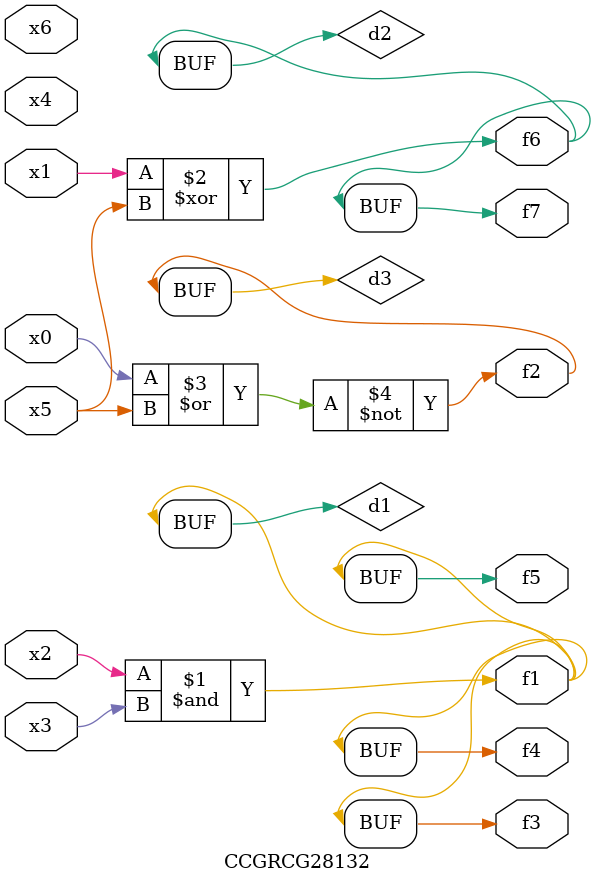
<source format=v>
module CCGRCG28132(
	input x0, x1, x2, x3, x4, x5, x6,
	output f1, f2, f3, f4, f5, f6, f7
);

	wire d1, d2, d3;

	and (d1, x2, x3);
	xor (d2, x1, x5);
	nor (d3, x0, x5);
	assign f1 = d1;
	assign f2 = d3;
	assign f3 = d1;
	assign f4 = d1;
	assign f5 = d1;
	assign f6 = d2;
	assign f7 = d2;
endmodule

</source>
